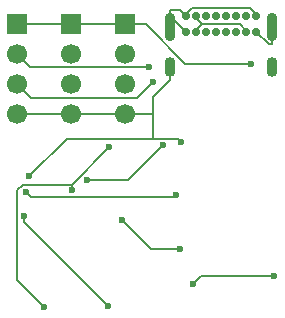
<source format=gbr>
%TF.GenerationSoftware,KiCad,Pcbnew,9.0.2*%
%TF.CreationDate,2025-05-25T10:52:37+05:30*%
%TF.ProjectId,STM 32,53544d20-3332-42e6-9b69-6361645f7063,rev?*%
%TF.SameCoordinates,Original*%
%TF.FileFunction,Copper,L2,Bot*%
%TF.FilePolarity,Positive*%
%FSLAX46Y46*%
G04 Gerber Fmt 4.6, Leading zero omitted, Abs format (unit mm)*
G04 Created by KiCad (PCBNEW 9.0.2) date 2025-05-25 10:52:37*
%MOMM*%
%LPD*%
G01*
G04 APERTURE LIST*
%TA.AperFunction,ComponentPad*%
%ADD10R,1.700000X1.700000*%
%TD*%
%TA.AperFunction,ComponentPad*%
%ADD11C,1.700000*%
%TD*%
%TA.AperFunction,ComponentPad*%
%ADD12C,0.700000*%
%TD*%
%TA.AperFunction,ComponentPad*%
%ADD13O,0.900000X2.400000*%
%TD*%
%TA.AperFunction,ComponentPad*%
%ADD14O,0.900000X1.700000*%
%TD*%
%TA.AperFunction,ViaPad*%
%ADD15C,0.600000*%
%TD*%
%TA.AperFunction,Conductor*%
%ADD16C,0.200000*%
%TD*%
G04 APERTURE END LIST*
D10*
%TO.P,J3,1,Pin_1*%
%TO.N,/VCC*%
X158442500Y-75225000D03*
D11*
%TO.P,J3,2,Pin_2*%
%TO.N,/UART_TX*%
X158442500Y-77765000D03*
%TO.P,J3,3,Pin_3*%
%TO.N,/UART_RX*%
X158442500Y-80305000D03*
%TO.P,J3,4,Pin_4*%
%TO.N,GND*%
X158442500Y-82845000D03*
%TD*%
D12*
%TO.P,J1,A1,GND*%
%TO.N,GND*%
X168152500Y-74515000D03*
%TO.P,J1,A4,VBUS*%
%TO.N,+5V*%
X169002500Y-74515000D03*
%TO.P,J1,A5,CC1*%
%TO.N,/USB_C_Detection_1*%
X169852500Y-74515000D03*
%TO.P,J1,A6,D+*%
%TO.N,/USB_D+*%
X170702500Y-74515000D03*
%TO.P,J1,A7,D-*%
%TO.N,/USB_D-*%
X171552500Y-74515000D03*
%TO.P,J1,A8*%
%TO.N,N/C*%
X172402500Y-74515000D03*
%TO.P,J1,A9,VBUS*%
%TO.N,+5V*%
X173252500Y-74515000D03*
%TO.P,J1,A12,GND*%
%TO.N,GND*%
X174102500Y-74515000D03*
%TO.P,J1,B1,GND*%
X174102500Y-75865000D03*
%TO.P,J1,B4,VBUS*%
%TO.N,+5V*%
X173252500Y-75865000D03*
%TO.P,J1,B5,CC2*%
%TO.N,/USB_C_Detection_2*%
X172402500Y-75865000D03*
%TO.P,J1,B6,D+*%
%TO.N,unconnected-(J1-D+-PadB6)*%
X171552500Y-75865000D03*
%TO.P,J1,B7,D-*%
%TO.N,unconnected-(J1-D--PadB7)*%
X170702500Y-75865000D03*
%TO.P,J1,B8*%
%TO.N,N/C*%
X169852500Y-75865000D03*
%TO.P,J1,B9,VBUS*%
%TO.N,+5V*%
X169002500Y-75865000D03*
%TO.P,J1,B12,GND*%
%TO.N,GND*%
X168152500Y-75865000D03*
D13*
%TO.P,J1,S1,SHIELD*%
X166802500Y-75495000D03*
D14*
X166802500Y-78875000D03*
D13*
X175452500Y-75495000D03*
D14*
X175452500Y-78875000D03*
%TD*%
D10*
%TO.P,J2,1,Pin_1*%
%TO.N,/VCC*%
X153852500Y-75225000D03*
D11*
%TO.P,J2,2,Pin_2*%
%TO.N,/SWDIO*%
X153852500Y-77765000D03*
%TO.P,J2,3,Pin_3*%
%TO.N,/SWCLK*%
X153852500Y-80305000D03*
%TO.P,J2,4,Pin_4*%
%TO.N,GND*%
X153852500Y-82845000D03*
%TD*%
D10*
%TO.P,J4,1,Pin_1*%
%TO.N,/VCC*%
X163032500Y-75225000D03*
D11*
%TO.P,J4,2,Pin_2*%
%TO.N,/I2C_SDA*%
X163032500Y-77765000D03*
%TO.P,J4,3,Pin_3*%
%TO.N,/I2C_SCL*%
X163032500Y-80305000D03*
%TO.P,J4,4,Pin_4*%
%TO.N,GND*%
X163032500Y-82845000D03*
%TD*%
D15*
%TO.N,GND*%
X154923800Y-88114200D03*
X167751600Y-85248900D03*
%TO.N,/VCAP*%
X162795100Y-91860900D03*
X167696900Y-94299800D03*
%TO.N,/VCC*%
X168797500Y-97204200D03*
X173682100Y-78587800D03*
X175667400Y-96584000D03*
%TO.N,+5V*%
X167345600Y-89700200D03*
X154624000Y-89438300D03*
%TO.N,/USB_D+*%
X166203100Y-85511100D03*
X159835400Y-88448700D03*
%TO.N,/SWCLK*%
X165382500Y-80110500D03*
%TO.N,/SWDIO*%
X165000800Y-78827100D03*
%TO.N,/I2C_SCL*%
X161644400Y-85672200D03*
X156140500Y-99174400D03*
X158483100Y-89315600D03*
%TO.N,/NRST*%
X161606500Y-99118900D03*
X154459100Y-91468500D03*
%TD*%
D16*
%TO.N,GND*%
X174102600Y-75865000D02*
X174102500Y-75865000D01*
X175452500Y-75495000D02*
X175452500Y-76946700D01*
X168093600Y-74456000D02*
X168668400Y-73881200D01*
X167056600Y-74769100D02*
X168152500Y-75865000D01*
X167462100Y-84959400D02*
X165347700Y-84959400D01*
X165347700Y-82845000D02*
X165347700Y-81431500D01*
X165347700Y-81431500D02*
X166802500Y-79976700D01*
X175161800Y-76946700D02*
X174102600Y-75887500D01*
X168093600Y-74456000D02*
X167680800Y-74043300D01*
X153852500Y-82845000D02*
X158442500Y-82845000D01*
X168668400Y-73881200D02*
X173608800Y-73881200D01*
X165347700Y-84959400D02*
X158078600Y-84959400D01*
X175452500Y-76946700D02*
X175161800Y-76946700D01*
X167751600Y-85248900D02*
X167462100Y-84959400D01*
X166802500Y-75495000D02*
X166802500Y-74769100D01*
X158442500Y-82845000D02*
X163032500Y-82845000D01*
X163032500Y-82845000D02*
X165347700Y-82845000D01*
X174102500Y-74374900D02*
X174102500Y-74515000D01*
X158078600Y-84959400D02*
X154923800Y-88114200D01*
X174102600Y-75887500D02*
X174102600Y-75865000D01*
X173608800Y-73881200D02*
X174102500Y-74374900D01*
X168152500Y-74515000D02*
X168093600Y-74456000D01*
X166802500Y-74769100D02*
X167056600Y-74769100D01*
X166802500Y-78875000D02*
X166802500Y-79976700D01*
X166802500Y-74769100D02*
X166802500Y-74043300D01*
X165347700Y-82845000D02*
X165347700Y-84959400D01*
X167680800Y-74043300D02*
X166802500Y-74043300D01*
%TO.N,/VCAP*%
X167696900Y-94299800D02*
X165234000Y-94299800D01*
X165234000Y-94299800D02*
X162795100Y-91860900D01*
%TO.N,/VCC*%
X168132500Y-78587800D02*
X164769700Y-75225000D01*
X153852500Y-75225000D02*
X158442500Y-75225000D01*
X168797500Y-97204200D02*
X169417700Y-96584000D01*
X173682100Y-78587800D02*
X168132500Y-78587800D01*
X164769700Y-75225000D02*
X163032500Y-75225000D01*
X169417700Y-96584000D02*
X175667400Y-96584000D01*
X163032500Y-75225000D02*
X158442500Y-75225000D01*
%TO.N,+5V*%
X173252500Y-75865000D02*
X173252500Y-75790000D01*
X167178500Y-89867300D02*
X167345600Y-89700200D01*
X154624000Y-89438300D02*
X155053000Y-89867300D01*
X173252500Y-75790000D02*
X172714900Y-75252400D01*
X169002500Y-74746100D02*
X169508800Y-75252400D01*
X155053000Y-89867300D02*
X167178500Y-89867300D01*
X172714900Y-75252400D02*
X169508800Y-75252400D01*
X169002500Y-75758700D02*
X169002500Y-75865000D01*
X169002500Y-74515000D02*
X169002500Y-74746100D01*
X169508800Y-75252400D02*
X169002500Y-75758700D01*
%TO.N,/USB_D+*%
X163265500Y-88448700D02*
X159835400Y-88448700D01*
X166203100Y-85511100D02*
X163265500Y-88448700D01*
%TO.N,/SWCLK*%
X164014400Y-81478600D02*
X155026100Y-81478600D01*
X155026100Y-81478600D02*
X153852500Y-80305000D01*
X165382500Y-80110500D02*
X164014400Y-81478600D01*
%TO.N,/SWDIO*%
X164948800Y-78879100D02*
X154966600Y-78879100D01*
X154966600Y-78879100D02*
X153852500Y-77765000D01*
X165000800Y-78827100D02*
X164948800Y-78879100D01*
%TO.N,/I2C_SCL*%
X158483100Y-88833500D02*
X158483100Y-88866100D01*
X158483100Y-88866100D02*
X154340500Y-88866100D01*
X158483100Y-88866100D02*
X158483100Y-89315600D01*
X154340500Y-88866100D02*
X153895800Y-89310800D01*
X153895800Y-89310800D02*
X153895800Y-96929700D01*
X153895800Y-96929700D02*
X156140500Y-99174400D01*
X161644400Y-85672200D02*
X158483100Y-88833500D01*
%TO.N,/NRST*%
X154459100Y-91468500D02*
X154459100Y-91971500D01*
X154459100Y-91971500D02*
X161606500Y-99118900D01*
%TD*%
M02*

</source>
